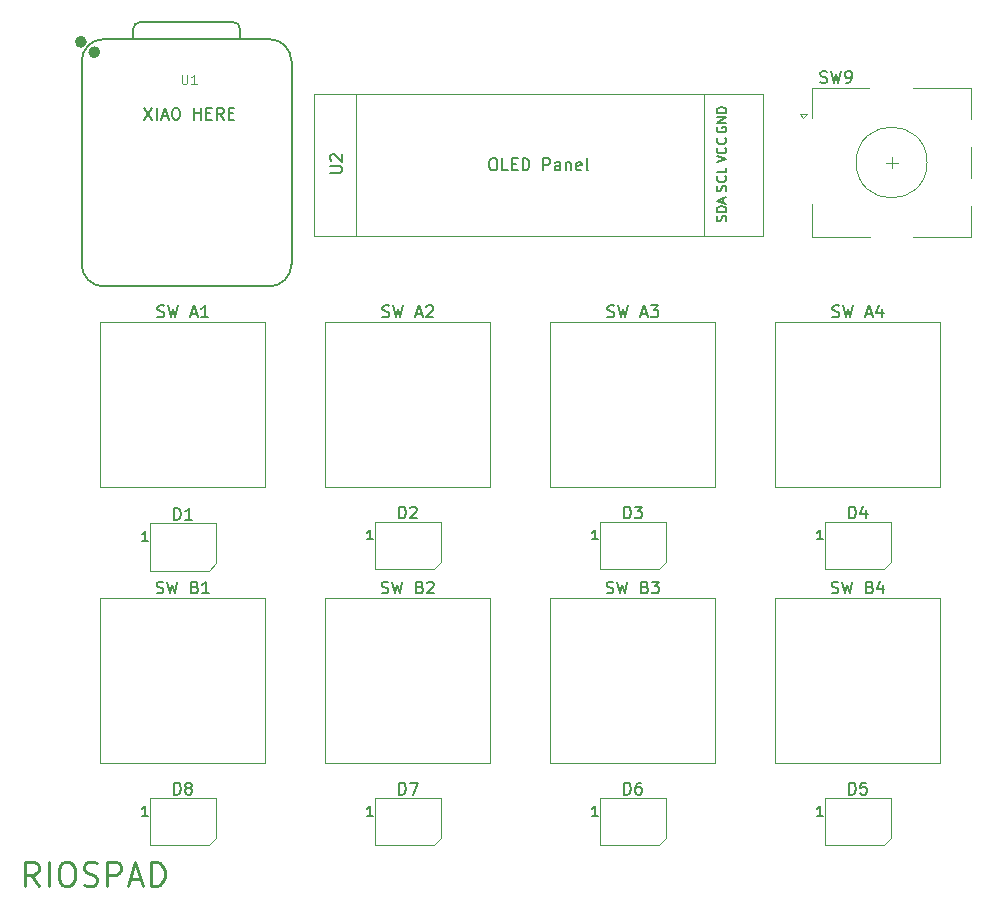
<source format=gbr>
%TF.GenerationSoftware,KiCad,Pcbnew,9.0.6*%
%TF.CreationDate,2025-12-17T11:58:43+01:00*%
%TF.ProjectId,HackPad,4861636b-5061-4642-9e6b-696361645f70,rev?*%
%TF.SameCoordinates,Original*%
%TF.FileFunction,Legend,Top*%
%TF.FilePolarity,Positive*%
%FSLAX46Y46*%
G04 Gerber Fmt 4.6, Leading zero omitted, Abs format (unit mm)*
G04 Created by KiCad (PCBNEW 9.0.6) date 2025-12-17 11:58:43*
%MOMM*%
%LPD*%
G01*
G04 APERTURE LIST*
%ADD10C,0.150000*%
%ADD11C,0.250000*%
%ADD12C,0.100000*%
%ADD13C,0.120000*%
%ADD14C,0.040000*%
%ADD15C,0.127000*%
%ADD16C,0.504000*%
G04 APERTURE END LIST*
D10*
X110741541Y-73869819D02*
X111408207Y-74869819D01*
X111408207Y-73869819D02*
X110741541Y-74869819D01*
X111789160Y-74869819D02*
X111789160Y-73869819D01*
X112217731Y-74584104D02*
X112693921Y-74584104D01*
X112122493Y-74869819D02*
X112455826Y-73869819D01*
X112455826Y-73869819D02*
X112789159Y-74869819D01*
X113312969Y-73869819D02*
X113503445Y-73869819D01*
X113503445Y-73869819D02*
X113598683Y-73917438D01*
X113598683Y-73917438D02*
X113693921Y-74012676D01*
X113693921Y-74012676D02*
X113741540Y-74203152D01*
X113741540Y-74203152D02*
X113741540Y-74536485D01*
X113741540Y-74536485D02*
X113693921Y-74726961D01*
X113693921Y-74726961D02*
X113598683Y-74822200D01*
X113598683Y-74822200D02*
X113503445Y-74869819D01*
X113503445Y-74869819D02*
X113312969Y-74869819D01*
X113312969Y-74869819D02*
X113217731Y-74822200D01*
X113217731Y-74822200D02*
X113122493Y-74726961D01*
X113122493Y-74726961D02*
X113074874Y-74536485D01*
X113074874Y-74536485D02*
X113074874Y-74203152D01*
X113074874Y-74203152D02*
X113122493Y-74012676D01*
X113122493Y-74012676D02*
X113217731Y-73917438D01*
X113217731Y-73917438D02*
X113312969Y-73869819D01*
X114932017Y-74869819D02*
X114932017Y-73869819D01*
X114932017Y-74346009D02*
X115503445Y-74346009D01*
X115503445Y-74869819D02*
X115503445Y-73869819D01*
X115979636Y-74346009D02*
X116312969Y-74346009D01*
X116455826Y-74869819D02*
X115979636Y-74869819D01*
X115979636Y-74869819D02*
X115979636Y-73869819D01*
X115979636Y-73869819D02*
X116455826Y-73869819D01*
X117455826Y-74869819D02*
X117122493Y-74393628D01*
X116884398Y-74869819D02*
X116884398Y-73869819D01*
X116884398Y-73869819D02*
X117265350Y-73869819D01*
X117265350Y-73869819D02*
X117360588Y-73917438D01*
X117360588Y-73917438D02*
X117408207Y-73965057D01*
X117408207Y-73965057D02*
X117455826Y-74060295D01*
X117455826Y-74060295D02*
X117455826Y-74203152D01*
X117455826Y-74203152D02*
X117408207Y-74298390D01*
X117408207Y-74298390D02*
X117360588Y-74346009D01*
X117360588Y-74346009D02*
X117265350Y-74393628D01*
X117265350Y-74393628D02*
X116884398Y-74393628D01*
X117884398Y-74346009D02*
X118217731Y-74346009D01*
X118360588Y-74869819D02*
X117884398Y-74869819D01*
X117884398Y-74869819D02*
X117884398Y-73869819D01*
X117884398Y-73869819D02*
X118360588Y-73869819D01*
D11*
X101783520Y-139742238D02*
X101116853Y-138789857D01*
X100640663Y-139742238D02*
X100640663Y-137742238D01*
X100640663Y-137742238D02*
X101402568Y-137742238D01*
X101402568Y-137742238D02*
X101593044Y-137837476D01*
X101593044Y-137837476D02*
X101688282Y-137932714D01*
X101688282Y-137932714D02*
X101783520Y-138123190D01*
X101783520Y-138123190D02*
X101783520Y-138408904D01*
X101783520Y-138408904D02*
X101688282Y-138599380D01*
X101688282Y-138599380D02*
X101593044Y-138694619D01*
X101593044Y-138694619D02*
X101402568Y-138789857D01*
X101402568Y-138789857D02*
X100640663Y-138789857D01*
X102640663Y-139742238D02*
X102640663Y-137742238D01*
X103973996Y-137742238D02*
X104354949Y-137742238D01*
X104354949Y-137742238D02*
X104545425Y-137837476D01*
X104545425Y-137837476D02*
X104735901Y-138027952D01*
X104735901Y-138027952D02*
X104831139Y-138408904D01*
X104831139Y-138408904D02*
X104831139Y-139075571D01*
X104831139Y-139075571D02*
X104735901Y-139456523D01*
X104735901Y-139456523D02*
X104545425Y-139647000D01*
X104545425Y-139647000D02*
X104354949Y-139742238D01*
X104354949Y-139742238D02*
X103973996Y-139742238D01*
X103973996Y-139742238D02*
X103783520Y-139647000D01*
X103783520Y-139647000D02*
X103593044Y-139456523D01*
X103593044Y-139456523D02*
X103497806Y-139075571D01*
X103497806Y-139075571D02*
X103497806Y-138408904D01*
X103497806Y-138408904D02*
X103593044Y-138027952D01*
X103593044Y-138027952D02*
X103783520Y-137837476D01*
X103783520Y-137837476D02*
X103973996Y-137742238D01*
X105593044Y-139647000D02*
X105878758Y-139742238D01*
X105878758Y-139742238D02*
X106354949Y-139742238D01*
X106354949Y-139742238D02*
X106545425Y-139647000D01*
X106545425Y-139647000D02*
X106640663Y-139551761D01*
X106640663Y-139551761D02*
X106735901Y-139361285D01*
X106735901Y-139361285D02*
X106735901Y-139170809D01*
X106735901Y-139170809D02*
X106640663Y-138980333D01*
X106640663Y-138980333D02*
X106545425Y-138885095D01*
X106545425Y-138885095D02*
X106354949Y-138789857D01*
X106354949Y-138789857D02*
X105973996Y-138694619D01*
X105973996Y-138694619D02*
X105783520Y-138599380D01*
X105783520Y-138599380D02*
X105688282Y-138504142D01*
X105688282Y-138504142D02*
X105593044Y-138313666D01*
X105593044Y-138313666D02*
X105593044Y-138123190D01*
X105593044Y-138123190D02*
X105688282Y-137932714D01*
X105688282Y-137932714D02*
X105783520Y-137837476D01*
X105783520Y-137837476D02*
X105973996Y-137742238D01*
X105973996Y-137742238D02*
X106450187Y-137742238D01*
X106450187Y-137742238D02*
X106735901Y-137837476D01*
X107593044Y-139742238D02*
X107593044Y-137742238D01*
X107593044Y-137742238D02*
X108354949Y-137742238D01*
X108354949Y-137742238D02*
X108545425Y-137837476D01*
X108545425Y-137837476D02*
X108640663Y-137932714D01*
X108640663Y-137932714D02*
X108735901Y-138123190D01*
X108735901Y-138123190D02*
X108735901Y-138408904D01*
X108735901Y-138408904D02*
X108640663Y-138599380D01*
X108640663Y-138599380D02*
X108545425Y-138694619D01*
X108545425Y-138694619D02*
X108354949Y-138789857D01*
X108354949Y-138789857D02*
X107593044Y-138789857D01*
X109497806Y-139170809D02*
X110450187Y-139170809D01*
X109307330Y-139742238D02*
X109973996Y-137742238D01*
X109973996Y-137742238D02*
X110640663Y-139742238D01*
X111307330Y-139742238D02*
X111307330Y-137742238D01*
X111307330Y-137742238D02*
X111783520Y-137742238D01*
X111783520Y-137742238D02*
X112069235Y-137837476D01*
X112069235Y-137837476D02*
X112259711Y-138027952D01*
X112259711Y-138027952D02*
X112354949Y-138218428D01*
X112354949Y-138218428D02*
X112450187Y-138599380D01*
X112450187Y-138599380D02*
X112450187Y-138885095D01*
X112450187Y-138885095D02*
X112354949Y-139266047D01*
X112354949Y-139266047D02*
X112259711Y-139456523D01*
X112259711Y-139456523D02*
X112069235Y-139647000D01*
X112069235Y-139647000D02*
X111783520Y-139742238D01*
X111783520Y-139742238D02*
X111307330Y-139742238D01*
D10*
X149939643Y-91549450D02*
X150082500Y-91597069D01*
X150082500Y-91597069D02*
X150320595Y-91597069D01*
X150320595Y-91597069D02*
X150415833Y-91549450D01*
X150415833Y-91549450D02*
X150463452Y-91501830D01*
X150463452Y-91501830D02*
X150511071Y-91406592D01*
X150511071Y-91406592D02*
X150511071Y-91311354D01*
X150511071Y-91311354D02*
X150463452Y-91216116D01*
X150463452Y-91216116D02*
X150415833Y-91168497D01*
X150415833Y-91168497D02*
X150320595Y-91120878D01*
X150320595Y-91120878D02*
X150130119Y-91073259D01*
X150130119Y-91073259D02*
X150034881Y-91025640D01*
X150034881Y-91025640D02*
X149987262Y-90978021D01*
X149987262Y-90978021D02*
X149939643Y-90882783D01*
X149939643Y-90882783D02*
X149939643Y-90787545D01*
X149939643Y-90787545D02*
X149987262Y-90692307D01*
X149987262Y-90692307D02*
X150034881Y-90644688D01*
X150034881Y-90644688D02*
X150130119Y-90597069D01*
X150130119Y-90597069D02*
X150368214Y-90597069D01*
X150368214Y-90597069D02*
X150511071Y-90644688D01*
X150844405Y-90597069D02*
X151082500Y-91597069D01*
X151082500Y-91597069D02*
X151272976Y-90882783D01*
X151272976Y-90882783D02*
X151463452Y-91597069D01*
X151463452Y-91597069D02*
X151701548Y-90597069D01*
X152796786Y-91311354D02*
X153272976Y-91311354D01*
X152701548Y-91597069D02*
X153034881Y-90597069D01*
X153034881Y-90597069D02*
X153368214Y-91597069D01*
X153606310Y-90597069D02*
X154225357Y-90597069D01*
X154225357Y-90597069D02*
X153892024Y-90978021D01*
X153892024Y-90978021D02*
X154034881Y-90978021D01*
X154034881Y-90978021D02*
X154130119Y-91025640D01*
X154130119Y-91025640D02*
X154177738Y-91073259D01*
X154177738Y-91073259D02*
X154225357Y-91168497D01*
X154225357Y-91168497D02*
X154225357Y-91406592D01*
X154225357Y-91406592D02*
X154177738Y-91501830D01*
X154177738Y-91501830D02*
X154130119Y-91549450D01*
X154130119Y-91549450D02*
X154034881Y-91597069D01*
X154034881Y-91597069D02*
X153749167Y-91597069D01*
X153749167Y-91597069D02*
X153653929Y-91549450D01*
X153653929Y-91549450D02*
X153606310Y-91501830D01*
X130889643Y-91549450D02*
X131032500Y-91597069D01*
X131032500Y-91597069D02*
X131270595Y-91597069D01*
X131270595Y-91597069D02*
X131365833Y-91549450D01*
X131365833Y-91549450D02*
X131413452Y-91501830D01*
X131413452Y-91501830D02*
X131461071Y-91406592D01*
X131461071Y-91406592D02*
X131461071Y-91311354D01*
X131461071Y-91311354D02*
X131413452Y-91216116D01*
X131413452Y-91216116D02*
X131365833Y-91168497D01*
X131365833Y-91168497D02*
X131270595Y-91120878D01*
X131270595Y-91120878D02*
X131080119Y-91073259D01*
X131080119Y-91073259D02*
X130984881Y-91025640D01*
X130984881Y-91025640D02*
X130937262Y-90978021D01*
X130937262Y-90978021D02*
X130889643Y-90882783D01*
X130889643Y-90882783D02*
X130889643Y-90787545D01*
X130889643Y-90787545D02*
X130937262Y-90692307D01*
X130937262Y-90692307D02*
X130984881Y-90644688D01*
X130984881Y-90644688D02*
X131080119Y-90597069D01*
X131080119Y-90597069D02*
X131318214Y-90597069D01*
X131318214Y-90597069D02*
X131461071Y-90644688D01*
X131794405Y-90597069D02*
X132032500Y-91597069D01*
X132032500Y-91597069D02*
X132222976Y-90882783D01*
X132222976Y-90882783D02*
X132413452Y-91597069D01*
X132413452Y-91597069D02*
X132651548Y-90597069D01*
X133746786Y-91311354D02*
X134222976Y-91311354D01*
X133651548Y-91597069D02*
X133984881Y-90597069D01*
X133984881Y-90597069D02*
X134318214Y-91597069D01*
X134603929Y-90692307D02*
X134651548Y-90644688D01*
X134651548Y-90644688D02*
X134746786Y-90597069D01*
X134746786Y-90597069D02*
X134984881Y-90597069D01*
X134984881Y-90597069D02*
X135080119Y-90644688D01*
X135080119Y-90644688D02*
X135127738Y-90692307D01*
X135127738Y-90692307D02*
X135175357Y-90787545D01*
X135175357Y-90787545D02*
X135175357Y-90882783D01*
X135175357Y-90882783D02*
X135127738Y-91025640D01*
X135127738Y-91025640D02*
X134556310Y-91597069D01*
X134556310Y-91597069D02*
X135175357Y-91597069D01*
X111768214Y-114929450D02*
X111911071Y-114977069D01*
X111911071Y-114977069D02*
X112149166Y-114977069D01*
X112149166Y-114977069D02*
X112244404Y-114929450D01*
X112244404Y-114929450D02*
X112292023Y-114881830D01*
X112292023Y-114881830D02*
X112339642Y-114786592D01*
X112339642Y-114786592D02*
X112339642Y-114691354D01*
X112339642Y-114691354D02*
X112292023Y-114596116D01*
X112292023Y-114596116D02*
X112244404Y-114548497D01*
X112244404Y-114548497D02*
X112149166Y-114500878D01*
X112149166Y-114500878D02*
X111958690Y-114453259D01*
X111958690Y-114453259D02*
X111863452Y-114405640D01*
X111863452Y-114405640D02*
X111815833Y-114358021D01*
X111815833Y-114358021D02*
X111768214Y-114262783D01*
X111768214Y-114262783D02*
X111768214Y-114167545D01*
X111768214Y-114167545D02*
X111815833Y-114072307D01*
X111815833Y-114072307D02*
X111863452Y-114024688D01*
X111863452Y-114024688D02*
X111958690Y-113977069D01*
X111958690Y-113977069D02*
X112196785Y-113977069D01*
X112196785Y-113977069D02*
X112339642Y-114024688D01*
X112672976Y-113977069D02*
X112911071Y-114977069D01*
X112911071Y-114977069D02*
X113101547Y-114262783D01*
X113101547Y-114262783D02*
X113292023Y-114977069D01*
X113292023Y-114977069D02*
X113530119Y-113977069D01*
X115006309Y-114453259D02*
X115149166Y-114500878D01*
X115149166Y-114500878D02*
X115196785Y-114548497D01*
X115196785Y-114548497D02*
X115244404Y-114643735D01*
X115244404Y-114643735D02*
X115244404Y-114786592D01*
X115244404Y-114786592D02*
X115196785Y-114881830D01*
X115196785Y-114881830D02*
X115149166Y-114929450D01*
X115149166Y-114929450D02*
X115053928Y-114977069D01*
X115053928Y-114977069D02*
X114672976Y-114977069D01*
X114672976Y-114977069D02*
X114672976Y-113977069D01*
X114672976Y-113977069D02*
X115006309Y-113977069D01*
X115006309Y-113977069D02*
X115101547Y-114024688D01*
X115101547Y-114024688D02*
X115149166Y-114072307D01*
X115149166Y-114072307D02*
X115196785Y-114167545D01*
X115196785Y-114167545D02*
X115196785Y-114262783D01*
X115196785Y-114262783D02*
X115149166Y-114358021D01*
X115149166Y-114358021D02*
X115101547Y-114405640D01*
X115101547Y-114405640D02*
X115006309Y-114453259D01*
X115006309Y-114453259D02*
X114672976Y-114453259D01*
X116196785Y-114977069D02*
X115625357Y-114977069D01*
X115911071Y-114977069D02*
X115911071Y-113977069D01*
X115911071Y-113977069D02*
X115815833Y-114119926D01*
X115815833Y-114119926D02*
X115720595Y-114215164D01*
X115720595Y-114215164D02*
X115625357Y-114262783D01*
X132294405Y-132007319D02*
X132294405Y-131007319D01*
X132294405Y-131007319D02*
X132532500Y-131007319D01*
X132532500Y-131007319D02*
X132675357Y-131054938D01*
X132675357Y-131054938D02*
X132770595Y-131150176D01*
X132770595Y-131150176D02*
X132818214Y-131245414D01*
X132818214Y-131245414D02*
X132865833Y-131435890D01*
X132865833Y-131435890D02*
X132865833Y-131578747D01*
X132865833Y-131578747D02*
X132818214Y-131769223D01*
X132818214Y-131769223D02*
X132770595Y-131864461D01*
X132770595Y-131864461D02*
X132675357Y-131959700D01*
X132675357Y-131959700D02*
X132532500Y-132007319D01*
X132532500Y-132007319D02*
X132294405Y-132007319D01*
X133199167Y-131007319D02*
X133865833Y-131007319D01*
X133865833Y-131007319D02*
X133437262Y-132007319D01*
X130061071Y-133789795D02*
X129603928Y-133789795D01*
X129832500Y-133789795D02*
X129832500Y-132989795D01*
X129832500Y-132989795D02*
X129756309Y-133104080D01*
X129756309Y-133104080D02*
X129680119Y-133180271D01*
X129680119Y-133180271D02*
X129603928Y-133218366D01*
X130818214Y-114929450D02*
X130961071Y-114977069D01*
X130961071Y-114977069D02*
X131199166Y-114977069D01*
X131199166Y-114977069D02*
X131294404Y-114929450D01*
X131294404Y-114929450D02*
X131342023Y-114881830D01*
X131342023Y-114881830D02*
X131389642Y-114786592D01*
X131389642Y-114786592D02*
X131389642Y-114691354D01*
X131389642Y-114691354D02*
X131342023Y-114596116D01*
X131342023Y-114596116D02*
X131294404Y-114548497D01*
X131294404Y-114548497D02*
X131199166Y-114500878D01*
X131199166Y-114500878D02*
X131008690Y-114453259D01*
X131008690Y-114453259D02*
X130913452Y-114405640D01*
X130913452Y-114405640D02*
X130865833Y-114358021D01*
X130865833Y-114358021D02*
X130818214Y-114262783D01*
X130818214Y-114262783D02*
X130818214Y-114167545D01*
X130818214Y-114167545D02*
X130865833Y-114072307D01*
X130865833Y-114072307D02*
X130913452Y-114024688D01*
X130913452Y-114024688D02*
X131008690Y-113977069D01*
X131008690Y-113977069D02*
X131246785Y-113977069D01*
X131246785Y-113977069D02*
X131389642Y-114024688D01*
X131722976Y-113977069D02*
X131961071Y-114977069D01*
X131961071Y-114977069D02*
X132151547Y-114262783D01*
X132151547Y-114262783D02*
X132342023Y-114977069D01*
X132342023Y-114977069D02*
X132580119Y-113977069D01*
X134056309Y-114453259D02*
X134199166Y-114500878D01*
X134199166Y-114500878D02*
X134246785Y-114548497D01*
X134246785Y-114548497D02*
X134294404Y-114643735D01*
X134294404Y-114643735D02*
X134294404Y-114786592D01*
X134294404Y-114786592D02*
X134246785Y-114881830D01*
X134246785Y-114881830D02*
X134199166Y-114929450D01*
X134199166Y-114929450D02*
X134103928Y-114977069D01*
X134103928Y-114977069D02*
X133722976Y-114977069D01*
X133722976Y-114977069D02*
X133722976Y-113977069D01*
X133722976Y-113977069D02*
X134056309Y-113977069D01*
X134056309Y-113977069D02*
X134151547Y-114024688D01*
X134151547Y-114024688D02*
X134199166Y-114072307D01*
X134199166Y-114072307D02*
X134246785Y-114167545D01*
X134246785Y-114167545D02*
X134246785Y-114262783D01*
X134246785Y-114262783D02*
X134199166Y-114358021D01*
X134199166Y-114358021D02*
X134151547Y-114405640D01*
X134151547Y-114405640D02*
X134056309Y-114453259D01*
X134056309Y-114453259D02*
X133722976Y-114453259D01*
X134675357Y-114072307D02*
X134722976Y-114024688D01*
X134722976Y-114024688D02*
X134818214Y-113977069D01*
X134818214Y-113977069D02*
X135056309Y-113977069D01*
X135056309Y-113977069D02*
X135151547Y-114024688D01*
X135151547Y-114024688D02*
X135199166Y-114072307D01*
X135199166Y-114072307D02*
X135246785Y-114167545D01*
X135246785Y-114167545D02*
X135246785Y-114262783D01*
X135246785Y-114262783D02*
X135199166Y-114405640D01*
X135199166Y-114405640D02*
X134627738Y-114977069D01*
X134627738Y-114977069D02*
X135246785Y-114977069D01*
X113244405Y-108748569D02*
X113244405Y-107748569D01*
X113244405Y-107748569D02*
X113482500Y-107748569D01*
X113482500Y-107748569D02*
X113625357Y-107796188D01*
X113625357Y-107796188D02*
X113720595Y-107891426D01*
X113720595Y-107891426D02*
X113768214Y-107986664D01*
X113768214Y-107986664D02*
X113815833Y-108177140D01*
X113815833Y-108177140D02*
X113815833Y-108319997D01*
X113815833Y-108319997D02*
X113768214Y-108510473D01*
X113768214Y-108510473D02*
X113720595Y-108605711D01*
X113720595Y-108605711D02*
X113625357Y-108700950D01*
X113625357Y-108700950D02*
X113482500Y-108748569D01*
X113482500Y-108748569D02*
X113244405Y-108748569D01*
X114768214Y-108748569D02*
X114196786Y-108748569D01*
X114482500Y-108748569D02*
X114482500Y-107748569D01*
X114482500Y-107748569D02*
X114387262Y-107891426D01*
X114387262Y-107891426D02*
X114292024Y-107986664D01*
X114292024Y-107986664D02*
X114196786Y-108034283D01*
X111011071Y-110531045D02*
X110553928Y-110531045D01*
X110782500Y-110531045D02*
X110782500Y-109731045D01*
X110782500Y-109731045D02*
X110706309Y-109845330D01*
X110706309Y-109845330D02*
X110630119Y-109921521D01*
X110630119Y-109921521D02*
X110553928Y-109959616D01*
X151344405Y-108627319D02*
X151344405Y-107627319D01*
X151344405Y-107627319D02*
X151582500Y-107627319D01*
X151582500Y-107627319D02*
X151725357Y-107674938D01*
X151725357Y-107674938D02*
X151820595Y-107770176D01*
X151820595Y-107770176D02*
X151868214Y-107865414D01*
X151868214Y-107865414D02*
X151915833Y-108055890D01*
X151915833Y-108055890D02*
X151915833Y-108198747D01*
X151915833Y-108198747D02*
X151868214Y-108389223D01*
X151868214Y-108389223D02*
X151820595Y-108484461D01*
X151820595Y-108484461D02*
X151725357Y-108579700D01*
X151725357Y-108579700D02*
X151582500Y-108627319D01*
X151582500Y-108627319D02*
X151344405Y-108627319D01*
X152249167Y-107627319D02*
X152868214Y-107627319D01*
X152868214Y-107627319D02*
X152534881Y-108008271D01*
X152534881Y-108008271D02*
X152677738Y-108008271D01*
X152677738Y-108008271D02*
X152772976Y-108055890D01*
X152772976Y-108055890D02*
X152820595Y-108103509D01*
X152820595Y-108103509D02*
X152868214Y-108198747D01*
X152868214Y-108198747D02*
X152868214Y-108436842D01*
X152868214Y-108436842D02*
X152820595Y-108532080D01*
X152820595Y-108532080D02*
X152772976Y-108579700D01*
X152772976Y-108579700D02*
X152677738Y-108627319D01*
X152677738Y-108627319D02*
X152392024Y-108627319D01*
X152392024Y-108627319D02*
X152296786Y-108579700D01*
X152296786Y-108579700D02*
X152249167Y-108532080D01*
X149111071Y-110409795D02*
X148653928Y-110409795D01*
X148882500Y-110409795D02*
X148882500Y-109609795D01*
X148882500Y-109609795D02*
X148806309Y-109724080D01*
X148806309Y-109724080D02*
X148730119Y-109800271D01*
X148730119Y-109800271D02*
X148653928Y-109838366D01*
X126469819Y-79368154D02*
X127279342Y-79368154D01*
X127279342Y-79368154D02*
X127374580Y-79320535D01*
X127374580Y-79320535D02*
X127422200Y-79272916D01*
X127422200Y-79272916D02*
X127469819Y-79177678D01*
X127469819Y-79177678D02*
X127469819Y-78987202D01*
X127469819Y-78987202D02*
X127422200Y-78891964D01*
X127422200Y-78891964D02*
X127374580Y-78844345D01*
X127374580Y-78844345D02*
X127279342Y-78796726D01*
X127279342Y-78796726D02*
X126469819Y-78796726D01*
X126565057Y-78368154D02*
X126517438Y-78320535D01*
X126517438Y-78320535D02*
X126469819Y-78225297D01*
X126469819Y-78225297D02*
X126469819Y-77987202D01*
X126469819Y-77987202D02*
X126517438Y-77891964D01*
X126517438Y-77891964D02*
X126565057Y-77844345D01*
X126565057Y-77844345D02*
X126660295Y-77796726D01*
X126660295Y-77796726D02*
X126755533Y-77796726D01*
X126755533Y-77796726D02*
X126898390Y-77844345D01*
X126898390Y-77844345D02*
X127469819Y-78415773D01*
X127469819Y-78415773D02*
X127469819Y-77796726D01*
X159177295Y-78492916D02*
X159977295Y-78226249D01*
X159977295Y-78226249D02*
X159177295Y-77959583D01*
X159901104Y-77235773D02*
X159939200Y-77273869D01*
X159939200Y-77273869D02*
X159977295Y-77388154D01*
X159977295Y-77388154D02*
X159977295Y-77464345D01*
X159977295Y-77464345D02*
X159939200Y-77578631D01*
X159939200Y-77578631D02*
X159863009Y-77654821D01*
X159863009Y-77654821D02*
X159786819Y-77692916D01*
X159786819Y-77692916D02*
X159634438Y-77731012D01*
X159634438Y-77731012D02*
X159520152Y-77731012D01*
X159520152Y-77731012D02*
X159367771Y-77692916D01*
X159367771Y-77692916D02*
X159291580Y-77654821D01*
X159291580Y-77654821D02*
X159215390Y-77578631D01*
X159215390Y-77578631D02*
X159177295Y-77464345D01*
X159177295Y-77464345D02*
X159177295Y-77388154D01*
X159177295Y-77388154D02*
X159215390Y-77273869D01*
X159215390Y-77273869D02*
X159253485Y-77235773D01*
X159901104Y-76435773D02*
X159939200Y-76473869D01*
X159939200Y-76473869D02*
X159977295Y-76588154D01*
X159977295Y-76588154D02*
X159977295Y-76664345D01*
X159977295Y-76664345D02*
X159939200Y-76778631D01*
X159939200Y-76778631D02*
X159863009Y-76854821D01*
X159863009Y-76854821D02*
X159786819Y-76892916D01*
X159786819Y-76892916D02*
X159634438Y-76931012D01*
X159634438Y-76931012D02*
X159520152Y-76931012D01*
X159520152Y-76931012D02*
X159367771Y-76892916D01*
X159367771Y-76892916D02*
X159291580Y-76854821D01*
X159291580Y-76854821D02*
X159215390Y-76778631D01*
X159215390Y-76778631D02*
X159177295Y-76664345D01*
X159177295Y-76664345D02*
X159177295Y-76588154D01*
X159177295Y-76588154D02*
X159215390Y-76473869D01*
X159215390Y-76473869D02*
X159253485Y-76435773D01*
X159939200Y-83477678D02*
X159977295Y-83363392D01*
X159977295Y-83363392D02*
X159977295Y-83172916D01*
X159977295Y-83172916D02*
X159939200Y-83096725D01*
X159939200Y-83096725D02*
X159901104Y-83058630D01*
X159901104Y-83058630D02*
X159824914Y-83020535D01*
X159824914Y-83020535D02*
X159748723Y-83020535D01*
X159748723Y-83020535D02*
X159672533Y-83058630D01*
X159672533Y-83058630D02*
X159634438Y-83096725D01*
X159634438Y-83096725D02*
X159596342Y-83172916D01*
X159596342Y-83172916D02*
X159558247Y-83325297D01*
X159558247Y-83325297D02*
X159520152Y-83401487D01*
X159520152Y-83401487D02*
X159482057Y-83439582D01*
X159482057Y-83439582D02*
X159405866Y-83477678D01*
X159405866Y-83477678D02*
X159329676Y-83477678D01*
X159329676Y-83477678D02*
X159253485Y-83439582D01*
X159253485Y-83439582D02*
X159215390Y-83401487D01*
X159215390Y-83401487D02*
X159177295Y-83325297D01*
X159177295Y-83325297D02*
X159177295Y-83134820D01*
X159177295Y-83134820D02*
X159215390Y-83020535D01*
X159977295Y-82677677D02*
X159177295Y-82677677D01*
X159177295Y-82677677D02*
X159177295Y-82487201D01*
X159177295Y-82487201D02*
X159215390Y-82372915D01*
X159215390Y-82372915D02*
X159291580Y-82296725D01*
X159291580Y-82296725D02*
X159367771Y-82258630D01*
X159367771Y-82258630D02*
X159520152Y-82220534D01*
X159520152Y-82220534D02*
X159634438Y-82220534D01*
X159634438Y-82220534D02*
X159786819Y-82258630D01*
X159786819Y-82258630D02*
X159863009Y-82296725D01*
X159863009Y-82296725D02*
X159939200Y-82372915D01*
X159939200Y-82372915D02*
X159977295Y-82487201D01*
X159977295Y-82487201D02*
X159977295Y-82677677D01*
X159748723Y-81915773D02*
X159748723Y-81534820D01*
X159977295Y-81991963D02*
X159177295Y-81725296D01*
X159177295Y-81725296D02*
X159977295Y-81458630D01*
X159215390Y-75495773D02*
X159177295Y-75571963D01*
X159177295Y-75571963D02*
X159177295Y-75686249D01*
X159177295Y-75686249D02*
X159215390Y-75800535D01*
X159215390Y-75800535D02*
X159291580Y-75876725D01*
X159291580Y-75876725D02*
X159367771Y-75914820D01*
X159367771Y-75914820D02*
X159520152Y-75952916D01*
X159520152Y-75952916D02*
X159634438Y-75952916D01*
X159634438Y-75952916D02*
X159786819Y-75914820D01*
X159786819Y-75914820D02*
X159863009Y-75876725D01*
X159863009Y-75876725D02*
X159939200Y-75800535D01*
X159939200Y-75800535D02*
X159977295Y-75686249D01*
X159977295Y-75686249D02*
X159977295Y-75610058D01*
X159977295Y-75610058D02*
X159939200Y-75495773D01*
X159939200Y-75495773D02*
X159901104Y-75457677D01*
X159901104Y-75457677D02*
X159634438Y-75457677D01*
X159634438Y-75457677D02*
X159634438Y-75610058D01*
X159977295Y-75114820D02*
X159177295Y-75114820D01*
X159177295Y-75114820D02*
X159977295Y-74657677D01*
X159977295Y-74657677D02*
X159177295Y-74657677D01*
X159977295Y-74276725D02*
X159177295Y-74276725D01*
X159177295Y-74276725D02*
X159177295Y-74086249D01*
X159177295Y-74086249D02*
X159215390Y-73971963D01*
X159215390Y-73971963D02*
X159291580Y-73895773D01*
X159291580Y-73895773D02*
X159367771Y-73857678D01*
X159367771Y-73857678D02*
X159520152Y-73819582D01*
X159520152Y-73819582D02*
X159634438Y-73819582D01*
X159634438Y-73819582D02*
X159786819Y-73857678D01*
X159786819Y-73857678D02*
X159863009Y-73895773D01*
X159863009Y-73895773D02*
X159939200Y-73971963D01*
X159939200Y-73971963D02*
X159977295Y-74086249D01*
X159977295Y-74086249D02*
X159977295Y-74276725D01*
X140186428Y-78151069D02*
X140376904Y-78151069D01*
X140376904Y-78151069D02*
X140472142Y-78198688D01*
X140472142Y-78198688D02*
X140567380Y-78293926D01*
X140567380Y-78293926D02*
X140614999Y-78484402D01*
X140614999Y-78484402D02*
X140614999Y-78817735D01*
X140614999Y-78817735D02*
X140567380Y-79008211D01*
X140567380Y-79008211D02*
X140472142Y-79103450D01*
X140472142Y-79103450D02*
X140376904Y-79151069D01*
X140376904Y-79151069D02*
X140186428Y-79151069D01*
X140186428Y-79151069D02*
X140091190Y-79103450D01*
X140091190Y-79103450D02*
X139995952Y-79008211D01*
X139995952Y-79008211D02*
X139948333Y-78817735D01*
X139948333Y-78817735D02*
X139948333Y-78484402D01*
X139948333Y-78484402D02*
X139995952Y-78293926D01*
X139995952Y-78293926D02*
X140091190Y-78198688D01*
X140091190Y-78198688D02*
X140186428Y-78151069D01*
X141519761Y-79151069D02*
X141043571Y-79151069D01*
X141043571Y-79151069D02*
X141043571Y-78151069D01*
X141853095Y-78627259D02*
X142186428Y-78627259D01*
X142329285Y-79151069D02*
X141853095Y-79151069D01*
X141853095Y-79151069D02*
X141853095Y-78151069D01*
X141853095Y-78151069D02*
X142329285Y-78151069D01*
X142757857Y-79151069D02*
X142757857Y-78151069D01*
X142757857Y-78151069D02*
X142995952Y-78151069D01*
X142995952Y-78151069D02*
X143138809Y-78198688D01*
X143138809Y-78198688D02*
X143234047Y-78293926D01*
X143234047Y-78293926D02*
X143281666Y-78389164D01*
X143281666Y-78389164D02*
X143329285Y-78579640D01*
X143329285Y-78579640D02*
X143329285Y-78722497D01*
X143329285Y-78722497D02*
X143281666Y-78912973D01*
X143281666Y-78912973D02*
X143234047Y-79008211D01*
X143234047Y-79008211D02*
X143138809Y-79103450D01*
X143138809Y-79103450D02*
X142995952Y-79151069D01*
X142995952Y-79151069D02*
X142757857Y-79151069D01*
X144519762Y-79151069D02*
X144519762Y-78151069D01*
X144519762Y-78151069D02*
X144900714Y-78151069D01*
X144900714Y-78151069D02*
X144995952Y-78198688D01*
X144995952Y-78198688D02*
X145043571Y-78246307D01*
X145043571Y-78246307D02*
X145091190Y-78341545D01*
X145091190Y-78341545D02*
X145091190Y-78484402D01*
X145091190Y-78484402D02*
X145043571Y-78579640D01*
X145043571Y-78579640D02*
X144995952Y-78627259D01*
X144995952Y-78627259D02*
X144900714Y-78674878D01*
X144900714Y-78674878D02*
X144519762Y-78674878D01*
X145948333Y-79151069D02*
X145948333Y-78627259D01*
X145948333Y-78627259D02*
X145900714Y-78532021D01*
X145900714Y-78532021D02*
X145805476Y-78484402D01*
X145805476Y-78484402D02*
X145615000Y-78484402D01*
X145615000Y-78484402D02*
X145519762Y-78532021D01*
X145948333Y-79103450D02*
X145853095Y-79151069D01*
X145853095Y-79151069D02*
X145615000Y-79151069D01*
X145615000Y-79151069D02*
X145519762Y-79103450D01*
X145519762Y-79103450D02*
X145472143Y-79008211D01*
X145472143Y-79008211D02*
X145472143Y-78912973D01*
X145472143Y-78912973D02*
X145519762Y-78817735D01*
X145519762Y-78817735D02*
X145615000Y-78770116D01*
X145615000Y-78770116D02*
X145853095Y-78770116D01*
X145853095Y-78770116D02*
X145948333Y-78722497D01*
X146424524Y-78484402D02*
X146424524Y-79151069D01*
X146424524Y-78579640D02*
X146472143Y-78532021D01*
X146472143Y-78532021D02*
X146567381Y-78484402D01*
X146567381Y-78484402D02*
X146710238Y-78484402D01*
X146710238Y-78484402D02*
X146805476Y-78532021D01*
X146805476Y-78532021D02*
X146853095Y-78627259D01*
X146853095Y-78627259D02*
X146853095Y-79151069D01*
X147710238Y-79103450D02*
X147615000Y-79151069D01*
X147615000Y-79151069D02*
X147424524Y-79151069D01*
X147424524Y-79151069D02*
X147329286Y-79103450D01*
X147329286Y-79103450D02*
X147281667Y-79008211D01*
X147281667Y-79008211D02*
X147281667Y-78627259D01*
X147281667Y-78627259D02*
X147329286Y-78532021D01*
X147329286Y-78532021D02*
X147424524Y-78484402D01*
X147424524Y-78484402D02*
X147615000Y-78484402D01*
X147615000Y-78484402D02*
X147710238Y-78532021D01*
X147710238Y-78532021D02*
X147757857Y-78627259D01*
X147757857Y-78627259D02*
X147757857Y-78722497D01*
X147757857Y-78722497D02*
X147281667Y-78817735D01*
X148329286Y-79151069D02*
X148234048Y-79103450D01*
X148234048Y-79103450D02*
X148186429Y-79008211D01*
X148186429Y-79008211D02*
X148186429Y-78151069D01*
X159939200Y-80918631D02*
X159977295Y-80804345D01*
X159977295Y-80804345D02*
X159977295Y-80613869D01*
X159977295Y-80613869D02*
X159939200Y-80537678D01*
X159939200Y-80537678D02*
X159901104Y-80499583D01*
X159901104Y-80499583D02*
X159824914Y-80461488D01*
X159824914Y-80461488D02*
X159748723Y-80461488D01*
X159748723Y-80461488D02*
X159672533Y-80499583D01*
X159672533Y-80499583D02*
X159634438Y-80537678D01*
X159634438Y-80537678D02*
X159596342Y-80613869D01*
X159596342Y-80613869D02*
X159558247Y-80766250D01*
X159558247Y-80766250D02*
X159520152Y-80842440D01*
X159520152Y-80842440D02*
X159482057Y-80880535D01*
X159482057Y-80880535D02*
X159405866Y-80918631D01*
X159405866Y-80918631D02*
X159329676Y-80918631D01*
X159329676Y-80918631D02*
X159253485Y-80880535D01*
X159253485Y-80880535D02*
X159215390Y-80842440D01*
X159215390Y-80842440D02*
X159177295Y-80766250D01*
X159177295Y-80766250D02*
X159177295Y-80575773D01*
X159177295Y-80575773D02*
X159215390Y-80461488D01*
X159901104Y-79661487D02*
X159939200Y-79699583D01*
X159939200Y-79699583D02*
X159977295Y-79813868D01*
X159977295Y-79813868D02*
X159977295Y-79890059D01*
X159977295Y-79890059D02*
X159939200Y-80004345D01*
X159939200Y-80004345D02*
X159863009Y-80080535D01*
X159863009Y-80080535D02*
X159786819Y-80118630D01*
X159786819Y-80118630D02*
X159634438Y-80156726D01*
X159634438Y-80156726D02*
X159520152Y-80156726D01*
X159520152Y-80156726D02*
X159367771Y-80118630D01*
X159367771Y-80118630D02*
X159291580Y-80080535D01*
X159291580Y-80080535D02*
X159215390Y-80004345D01*
X159215390Y-80004345D02*
X159177295Y-79890059D01*
X159177295Y-79890059D02*
X159177295Y-79813868D01*
X159177295Y-79813868D02*
X159215390Y-79699583D01*
X159215390Y-79699583D02*
X159253485Y-79661487D01*
X159977295Y-78937678D02*
X159977295Y-79318630D01*
X159977295Y-79318630D02*
X159177295Y-79318630D01*
X170394405Y-108627319D02*
X170394405Y-107627319D01*
X170394405Y-107627319D02*
X170632500Y-107627319D01*
X170632500Y-107627319D02*
X170775357Y-107674938D01*
X170775357Y-107674938D02*
X170870595Y-107770176D01*
X170870595Y-107770176D02*
X170918214Y-107865414D01*
X170918214Y-107865414D02*
X170965833Y-108055890D01*
X170965833Y-108055890D02*
X170965833Y-108198747D01*
X170965833Y-108198747D02*
X170918214Y-108389223D01*
X170918214Y-108389223D02*
X170870595Y-108484461D01*
X170870595Y-108484461D02*
X170775357Y-108579700D01*
X170775357Y-108579700D02*
X170632500Y-108627319D01*
X170632500Y-108627319D02*
X170394405Y-108627319D01*
X171822976Y-107960652D02*
X171822976Y-108627319D01*
X171584881Y-107579700D02*
X171346786Y-108293985D01*
X171346786Y-108293985D02*
X171965833Y-108293985D01*
X168161071Y-110409795D02*
X167703928Y-110409795D01*
X167932500Y-110409795D02*
X167932500Y-109609795D01*
X167932500Y-109609795D02*
X167856309Y-109724080D01*
X167856309Y-109724080D02*
X167780119Y-109800271D01*
X167780119Y-109800271D02*
X167703928Y-109838366D01*
X167966667Y-71707200D02*
X168109524Y-71754819D01*
X168109524Y-71754819D02*
X168347619Y-71754819D01*
X168347619Y-71754819D02*
X168442857Y-71707200D01*
X168442857Y-71707200D02*
X168490476Y-71659580D01*
X168490476Y-71659580D02*
X168538095Y-71564342D01*
X168538095Y-71564342D02*
X168538095Y-71469104D01*
X168538095Y-71469104D02*
X168490476Y-71373866D01*
X168490476Y-71373866D02*
X168442857Y-71326247D01*
X168442857Y-71326247D02*
X168347619Y-71278628D01*
X168347619Y-71278628D02*
X168157143Y-71231009D01*
X168157143Y-71231009D02*
X168061905Y-71183390D01*
X168061905Y-71183390D02*
X168014286Y-71135771D01*
X168014286Y-71135771D02*
X167966667Y-71040533D01*
X167966667Y-71040533D02*
X167966667Y-70945295D01*
X167966667Y-70945295D02*
X168014286Y-70850057D01*
X168014286Y-70850057D02*
X168061905Y-70802438D01*
X168061905Y-70802438D02*
X168157143Y-70754819D01*
X168157143Y-70754819D02*
X168395238Y-70754819D01*
X168395238Y-70754819D02*
X168538095Y-70802438D01*
X168871429Y-70754819D02*
X169109524Y-71754819D01*
X169109524Y-71754819D02*
X169300000Y-71040533D01*
X169300000Y-71040533D02*
X169490476Y-71754819D01*
X169490476Y-71754819D02*
X169728572Y-70754819D01*
X170157143Y-71754819D02*
X170347619Y-71754819D01*
X170347619Y-71754819D02*
X170442857Y-71707200D01*
X170442857Y-71707200D02*
X170490476Y-71659580D01*
X170490476Y-71659580D02*
X170585714Y-71516723D01*
X170585714Y-71516723D02*
X170633333Y-71326247D01*
X170633333Y-71326247D02*
X170633333Y-70945295D01*
X170633333Y-70945295D02*
X170585714Y-70850057D01*
X170585714Y-70850057D02*
X170538095Y-70802438D01*
X170538095Y-70802438D02*
X170442857Y-70754819D01*
X170442857Y-70754819D02*
X170252381Y-70754819D01*
X170252381Y-70754819D02*
X170157143Y-70802438D01*
X170157143Y-70802438D02*
X170109524Y-70850057D01*
X170109524Y-70850057D02*
X170061905Y-70945295D01*
X170061905Y-70945295D02*
X170061905Y-71183390D01*
X170061905Y-71183390D02*
X170109524Y-71278628D01*
X170109524Y-71278628D02*
X170157143Y-71326247D01*
X170157143Y-71326247D02*
X170252381Y-71373866D01*
X170252381Y-71373866D02*
X170442857Y-71373866D01*
X170442857Y-71373866D02*
X170538095Y-71326247D01*
X170538095Y-71326247D02*
X170585714Y-71278628D01*
X170585714Y-71278628D02*
X170633333Y-71183390D01*
X170394405Y-132007319D02*
X170394405Y-131007319D01*
X170394405Y-131007319D02*
X170632500Y-131007319D01*
X170632500Y-131007319D02*
X170775357Y-131054938D01*
X170775357Y-131054938D02*
X170870595Y-131150176D01*
X170870595Y-131150176D02*
X170918214Y-131245414D01*
X170918214Y-131245414D02*
X170965833Y-131435890D01*
X170965833Y-131435890D02*
X170965833Y-131578747D01*
X170965833Y-131578747D02*
X170918214Y-131769223D01*
X170918214Y-131769223D02*
X170870595Y-131864461D01*
X170870595Y-131864461D02*
X170775357Y-131959700D01*
X170775357Y-131959700D02*
X170632500Y-132007319D01*
X170632500Y-132007319D02*
X170394405Y-132007319D01*
X171870595Y-131007319D02*
X171394405Y-131007319D01*
X171394405Y-131007319D02*
X171346786Y-131483509D01*
X171346786Y-131483509D02*
X171394405Y-131435890D01*
X171394405Y-131435890D02*
X171489643Y-131388271D01*
X171489643Y-131388271D02*
X171727738Y-131388271D01*
X171727738Y-131388271D02*
X171822976Y-131435890D01*
X171822976Y-131435890D02*
X171870595Y-131483509D01*
X171870595Y-131483509D02*
X171918214Y-131578747D01*
X171918214Y-131578747D02*
X171918214Y-131816842D01*
X171918214Y-131816842D02*
X171870595Y-131912080D01*
X171870595Y-131912080D02*
X171822976Y-131959700D01*
X171822976Y-131959700D02*
X171727738Y-132007319D01*
X171727738Y-132007319D02*
X171489643Y-132007319D01*
X171489643Y-132007319D02*
X171394405Y-131959700D01*
X171394405Y-131959700D02*
X171346786Y-131912080D01*
X168161071Y-133789795D02*
X167703928Y-133789795D01*
X167932500Y-133789795D02*
X167932500Y-132989795D01*
X167932500Y-132989795D02*
X167856309Y-133104080D01*
X167856309Y-133104080D02*
X167780119Y-133180271D01*
X167780119Y-133180271D02*
X167703928Y-133218366D01*
X111839643Y-91549450D02*
X111982500Y-91597069D01*
X111982500Y-91597069D02*
X112220595Y-91597069D01*
X112220595Y-91597069D02*
X112315833Y-91549450D01*
X112315833Y-91549450D02*
X112363452Y-91501830D01*
X112363452Y-91501830D02*
X112411071Y-91406592D01*
X112411071Y-91406592D02*
X112411071Y-91311354D01*
X112411071Y-91311354D02*
X112363452Y-91216116D01*
X112363452Y-91216116D02*
X112315833Y-91168497D01*
X112315833Y-91168497D02*
X112220595Y-91120878D01*
X112220595Y-91120878D02*
X112030119Y-91073259D01*
X112030119Y-91073259D02*
X111934881Y-91025640D01*
X111934881Y-91025640D02*
X111887262Y-90978021D01*
X111887262Y-90978021D02*
X111839643Y-90882783D01*
X111839643Y-90882783D02*
X111839643Y-90787545D01*
X111839643Y-90787545D02*
X111887262Y-90692307D01*
X111887262Y-90692307D02*
X111934881Y-90644688D01*
X111934881Y-90644688D02*
X112030119Y-90597069D01*
X112030119Y-90597069D02*
X112268214Y-90597069D01*
X112268214Y-90597069D02*
X112411071Y-90644688D01*
X112744405Y-90597069D02*
X112982500Y-91597069D01*
X112982500Y-91597069D02*
X113172976Y-90882783D01*
X113172976Y-90882783D02*
X113363452Y-91597069D01*
X113363452Y-91597069D02*
X113601548Y-90597069D01*
X114696786Y-91311354D02*
X115172976Y-91311354D01*
X114601548Y-91597069D02*
X114934881Y-90597069D01*
X114934881Y-90597069D02*
X115268214Y-91597069D01*
X116125357Y-91597069D02*
X115553929Y-91597069D01*
X115839643Y-91597069D02*
X115839643Y-90597069D01*
X115839643Y-90597069D02*
X115744405Y-90739926D01*
X115744405Y-90739926D02*
X115649167Y-90835164D01*
X115649167Y-90835164D02*
X115553929Y-90882783D01*
X113244405Y-132007319D02*
X113244405Y-131007319D01*
X113244405Y-131007319D02*
X113482500Y-131007319D01*
X113482500Y-131007319D02*
X113625357Y-131054938D01*
X113625357Y-131054938D02*
X113720595Y-131150176D01*
X113720595Y-131150176D02*
X113768214Y-131245414D01*
X113768214Y-131245414D02*
X113815833Y-131435890D01*
X113815833Y-131435890D02*
X113815833Y-131578747D01*
X113815833Y-131578747D02*
X113768214Y-131769223D01*
X113768214Y-131769223D02*
X113720595Y-131864461D01*
X113720595Y-131864461D02*
X113625357Y-131959700D01*
X113625357Y-131959700D02*
X113482500Y-132007319D01*
X113482500Y-132007319D02*
X113244405Y-132007319D01*
X114387262Y-131435890D02*
X114292024Y-131388271D01*
X114292024Y-131388271D02*
X114244405Y-131340652D01*
X114244405Y-131340652D02*
X114196786Y-131245414D01*
X114196786Y-131245414D02*
X114196786Y-131197795D01*
X114196786Y-131197795D02*
X114244405Y-131102557D01*
X114244405Y-131102557D02*
X114292024Y-131054938D01*
X114292024Y-131054938D02*
X114387262Y-131007319D01*
X114387262Y-131007319D02*
X114577738Y-131007319D01*
X114577738Y-131007319D02*
X114672976Y-131054938D01*
X114672976Y-131054938D02*
X114720595Y-131102557D01*
X114720595Y-131102557D02*
X114768214Y-131197795D01*
X114768214Y-131197795D02*
X114768214Y-131245414D01*
X114768214Y-131245414D02*
X114720595Y-131340652D01*
X114720595Y-131340652D02*
X114672976Y-131388271D01*
X114672976Y-131388271D02*
X114577738Y-131435890D01*
X114577738Y-131435890D02*
X114387262Y-131435890D01*
X114387262Y-131435890D02*
X114292024Y-131483509D01*
X114292024Y-131483509D02*
X114244405Y-131531128D01*
X114244405Y-131531128D02*
X114196786Y-131626366D01*
X114196786Y-131626366D02*
X114196786Y-131816842D01*
X114196786Y-131816842D02*
X114244405Y-131912080D01*
X114244405Y-131912080D02*
X114292024Y-131959700D01*
X114292024Y-131959700D02*
X114387262Y-132007319D01*
X114387262Y-132007319D02*
X114577738Y-132007319D01*
X114577738Y-132007319D02*
X114672976Y-131959700D01*
X114672976Y-131959700D02*
X114720595Y-131912080D01*
X114720595Y-131912080D02*
X114768214Y-131816842D01*
X114768214Y-131816842D02*
X114768214Y-131626366D01*
X114768214Y-131626366D02*
X114720595Y-131531128D01*
X114720595Y-131531128D02*
X114672976Y-131483509D01*
X114672976Y-131483509D02*
X114577738Y-131435890D01*
X111011071Y-133789795D02*
X110553928Y-133789795D01*
X110782500Y-133789795D02*
X110782500Y-132989795D01*
X110782500Y-132989795D02*
X110706309Y-133104080D01*
X110706309Y-133104080D02*
X110630119Y-133180271D01*
X110630119Y-133180271D02*
X110553928Y-133218366D01*
D12*
X113890476Y-71064895D02*
X113890476Y-71712514D01*
X113890476Y-71712514D02*
X113928571Y-71788704D01*
X113928571Y-71788704D02*
X113966666Y-71826800D01*
X113966666Y-71826800D02*
X114042857Y-71864895D01*
X114042857Y-71864895D02*
X114195238Y-71864895D01*
X114195238Y-71864895D02*
X114271428Y-71826800D01*
X114271428Y-71826800D02*
X114309523Y-71788704D01*
X114309523Y-71788704D02*
X114347619Y-71712514D01*
X114347619Y-71712514D02*
X114347619Y-71064895D01*
X115147618Y-71864895D02*
X114690475Y-71864895D01*
X114919047Y-71864895D02*
X114919047Y-71064895D01*
X114919047Y-71064895D02*
X114842856Y-71179180D01*
X114842856Y-71179180D02*
X114766666Y-71255371D01*
X114766666Y-71255371D02*
X114690475Y-71293466D01*
D10*
X168989643Y-91549450D02*
X169132500Y-91597069D01*
X169132500Y-91597069D02*
X169370595Y-91597069D01*
X169370595Y-91597069D02*
X169465833Y-91549450D01*
X169465833Y-91549450D02*
X169513452Y-91501830D01*
X169513452Y-91501830D02*
X169561071Y-91406592D01*
X169561071Y-91406592D02*
X169561071Y-91311354D01*
X169561071Y-91311354D02*
X169513452Y-91216116D01*
X169513452Y-91216116D02*
X169465833Y-91168497D01*
X169465833Y-91168497D02*
X169370595Y-91120878D01*
X169370595Y-91120878D02*
X169180119Y-91073259D01*
X169180119Y-91073259D02*
X169084881Y-91025640D01*
X169084881Y-91025640D02*
X169037262Y-90978021D01*
X169037262Y-90978021D02*
X168989643Y-90882783D01*
X168989643Y-90882783D02*
X168989643Y-90787545D01*
X168989643Y-90787545D02*
X169037262Y-90692307D01*
X169037262Y-90692307D02*
X169084881Y-90644688D01*
X169084881Y-90644688D02*
X169180119Y-90597069D01*
X169180119Y-90597069D02*
X169418214Y-90597069D01*
X169418214Y-90597069D02*
X169561071Y-90644688D01*
X169894405Y-90597069D02*
X170132500Y-91597069D01*
X170132500Y-91597069D02*
X170322976Y-90882783D01*
X170322976Y-90882783D02*
X170513452Y-91597069D01*
X170513452Y-91597069D02*
X170751548Y-90597069D01*
X171846786Y-91311354D02*
X172322976Y-91311354D01*
X171751548Y-91597069D02*
X172084881Y-90597069D01*
X172084881Y-90597069D02*
X172418214Y-91597069D01*
X173180119Y-90930402D02*
X173180119Y-91597069D01*
X172942024Y-90549450D02*
X172703929Y-91263735D01*
X172703929Y-91263735D02*
X173322976Y-91263735D01*
X149868214Y-114929450D02*
X150011071Y-114977069D01*
X150011071Y-114977069D02*
X150249166Y-114977069D01*
X150249166Y-114977069D02*
X150344404Y-114929450D01*
X150344404Y-114929450D02*
X150392023Y-114881830D01*
X150392023Y-114881830D02*
X150439642Y-114786592D01*
X150439642Y-114786592D02*
X150439642Y-114691354D01*
X150439642Y-114691354D02*
X150392023Y-114596116D01*
X150392023Y-114596116D02*
X150344404Y-114548497D01*
X150344404Y-114548497D02*
X150249166Y-114500878D01*
X150249166Y-114500878D02*
X150058690Y-114453259D01*
X150058690Y-114453259D02*
X149963452Y-114405640D01*
X149963452Y-114405640D02*
X149915833Y-114358021D01*
X149915833Y-114358021D02*
X149868214Y-114262783D01*
X149868214Y-114262783D02*
X149868214Y-114167545D01*
X149868214Y-114167545D02*
X149915833Y-114072307D01*
X149915833Y-114072307D02*
X149963452Y-114024688D01*
X149963452Y-114024688D02*
X150058690Y-113977069D01*
X150058690Y-113977069D02*
X150296785Y-113977069D01*
X150296785Y-113977069D02*
X150439642Y-114024688D01*
X150772976Y-113977069D02*
X151011071Y-114977069D01*
X151011071Y-114977069D02*
X151201547Y-114262783D01*
X151201547Y-114262783D02*
X151392023Y-114977069D01*
X151392023Y-114977069D02*
X151630119Y-113977069D01*
X153106309Y-114453259D02*
X153249166Y-114500878D01*
X153249166Y-114500878D02*
X153296785Y-114548497D01*
X153296785Y-114548497D02*
X153344404Y-114643735D01*
X153344404Y-114643735D02*
X153344404Y-114786592D01*
X153344404Y-114786592D02*
X153296785Y-114881830D01*
X153296785Y-114881830D02*
X153249166Y-114929450D01*
X153249166Y-114929450D02*
X153153928Y-114977069D01*
X153153928Y-114977069D02*
X152772976Y-114977069D01*
X152772976Y-114977069D02*
X152772976Y-113977069D01*
X152772976Y-113977069D02*
X153106309Y-113977069D01*
X153106309Y-113977069D02*
X153201547Y-114024688D01*
X153201547Y-114024688D02*
X153249166Y-114072307D01*
X153249166Y-114072307D02*
X153296785Y-114167545D01*
X153296785Y-114167545D02*
X153296785Y-114262783D01*
X153296785Y-114262783D02*
X153249166Y-114358021D01*
X153249166Y-114358021D02*
X153201547Y-114405640D01*
X153201547Y-114405640D02*
X153106309Y-114453259D01*
X153106309Y-114453259D02*
X152772976Y-114453259D01*
X153677738Y-113977069D02*
X154296785Y-113977069D01*
X154296785Y-113977069D02*
X153963452Y-114358021D01*
X153963452Y-114358021D02*
X154106309Y-114358021D01*
X154106309Y-114358021D02*
X154201547Y-114405640D01*
X154201547Y-114405640D02*
X154249166Y-114453259D01*
X154249166Y-114453259D02*
X154296785Y-114548497D01*
X154296785Y-114548497D02*
X154296785Y-114786592D01*
X154296785Y-114786592D02*
X154249166Y-114881830D01*
X154249166Y-114881830D02*
X154201547Y-114929450D01*
X154201547Y-114929450D02*
X154106309Y-114977069D01*
X154106309Y-114977069D02*
X153820595Y-114977069D01*
X153820595Y-114977069D02*
X153725357Y-114929450D01*
X153725357Y-114929450D02*
X153677738Y-114881830D01*
X151344405Y-132007319D02*
X151344405Y-131007319D01*
X151344405Y-131007319D02*
X151582500Y-131007319D01*
X151582500Y-131007319D02*
X151725357Y-131054938D01*
X151725357Y-131054938D02*
X151820595Y-131150176D01*
X151820595Y-131150176D02*
X151868214Y-131245414D01*
X151868214Y-131245414D02*
X151915833Y-131435890D01*
X151915833Y-131435890D02*
X151915833Y-131578747D01*
X151915833Y-131578747D02*
X151868214Y-131769223D01*
X151868214Y-131769223D02*
X151820595Y-131864461D01*
X151820595Y-131864461D02*
X151725357Y-131959700D01*
X151725357Y-131959700D02*
X151582500Y-132007319D01*
X151582500Y-132007319D02*
X151344405Y-132007319D01*
X152772976Y-131007319D02*
X152582500Y-131007319D01*
X152582500Y-131007319D02*
X152487262Y-131054938D01*
X152487262Y-131054938D02*
X152439643Y-131102557D01*
X152439643Y-131102557D02*
X152344405Y-131245414D01*
X152344405Y-131245414D02*
X152296786Y-131435890D01*
X152296786Y-131435890D02*
X152296786Y-131816842D01*
X152296786Y-131816842D02*
X152344405Y-131912080D01*
X152344405Y-131912080D02*
X152392024Y-131959700D01*
X152392024Y-131959700D02*
X152487262Y-132007319D01*
X152487262Y-132007319D02*
X152677738Y-132007319D01*
X152677738Y-132007319D02*
X152772976Y-131959700D01*
X152772976Y-131959700D02*
X152820595Y-131912080D01*
X152820595Y-131912080D02*
X152868214Y-131816842D01*
X152868214Y-131816842D02*
X152868214Y-131578747D01*
X152868214Y-131578747D02*
X152820595Y-131483509D01*
X152820595Y-131483509D02*
X152772976Y-131435890D01*
X152772976Y-131435890D02*
X152677738Y-131388271D01*
X152677738Y-131388271D02*
X152487262Y-131388271D01*
X152487262Y-131388271D02*
X152392024Y-131435890D01*
X152392024Y-131435890D02*
X152344405Y-131483509D01*
X152344405Y-131483509D02*
X152296786Y-131578747D01*
X149111071Y-133789795D02*
X148653928Y-133789795D01*
X148882500Y-133789795D02*
X148882500Y-132989795D01*
X148882500Y-132989795D02*
X148806309Y-133104080D01*
X148806309Y-133104080D02*
X148730119Y-133180271D01*
X148730119Y-133180271D02*
X148653928Y-133218366D01*
X132294405Y-108627319D02*
X132294405Y-107627319D01*
X132294405Y-107627319D02*
X132532500Y-107627319D01*
X132532500Y-107627319D02*
X132675357Y-107674938D01*
X132675357Y-107674938D02*
X132770595Y-107770176D01*
X132770595Y-107770176D02*
X132818214Y-107865414D01*
X132818214Y-107865414D02*
X132865833Y-108055890D01*
X132865833Y-108055890D02*
X132865833Y-108198747D01*
X132865833Y-108198747D02*
X132818214Y-108389223D01*
X132818214Y-108389223D02*
X132770595Y-108484461D01*
X132770595Y-108484461D02*
X132675357Y-108579700D01*
X132675357Y-108579700D02*
X132532500Y-108627319D01*
X132532500Y-108627319D02*
X132294405Y-108627319D01*
X133246786Y-107722557D02*
X133294405Y-107674938D01*
X133294405Y-107674938D02*
X133389643Y-107627319D01*
X133389643Y-107627319D02*
X133627738Y-107627319D01*
X133627738Y-107627319D02*
X133722976Y-107674938D01*
X133722976Y-107674938D02*
X133770595Y-107722557D01*
X133770595Y-107722557D02*
X133818214Y-107817795D01*
X133818214Y-107817795D02*
X133818214Y-107913033D01*
X133818214Y-107913033D02*
X133770595Y-108055890D01*
X133770595Y-108055890D02*
X133199167Y-108627319D01*
X133199167Y-108627319D02*
X133818214Y-108627319D01*
X130061071Y-110409795D02*
X129603928Y-110409795D01*
X129832500Y-110409795D02*
X129832500Y-109609795D01*
X129832500Y-109609795D02*
X129756309Y-109724080D01*
X129756309Y-109724080D02*
X129680119Y-109800271D01*
X129680119Y-109800271D02*
X129603928Y-109838366D01*
X168918214Y-114929450D02*
X169061071Y-114977069D01*
X169061071Y-114977069D02*
X169299166Y-114977069D01*
X169299166Y-114977069D02*
X169394404Y-114929450D01*
X169394404Y-114929450D02*
X169442023Y-114881830D01*
X169442023Y-114881830D02*
X169489642Y-114786592D01*
X169489642Y-114786592D02*
X169489642Y-114691354D01*
X169489642Y-114691354D02*
X169442023Y-114596116D01*
X169442023Y-114596116D02*
X169394404Y-114548497D01*
X169394404Y-114548497D02*
X169299166Y-114500878D01*
X169299166Y-114500878D02*
X169108690Y-114453259D01*
X169108690Y-114453259D02*
X169013452Y-114405640D01*
X169013452Y-114405640D02*
X168965833Y-114358021D01*
X168965833Y-114358021D02*
X168918214Y-114262783D01*
X168918214Y-114262783D02*
X168918214Y-114167545D01*
X168918214Y-114167545D02*
X168965833Y-114072307D01*
X168965833Y-114072307D02*
X169013452Y-114024688D01*
X169013452Y-114024688D02*
X169108690Y-113977069D01*
X169108690Y-113977069D02*
X169346785Y-113977069D01*
X169346785Y-113977069D02*
X169489642Y-114024688D01*
X169822976Y-113977069D02*
X170061071Y-114977069D01*
X170061071Y-114977069D02*
X170251547Y-114262783D01*
X170251547Y-114262783D02*
X170442023Y-114977069D01*
X170442023Y-114977069D02*
X170680119Y-113977069D01*
X172156309Y-114453259D02*
X172299166Y-114500878D01*
X172299166Y-114500878D02*
X172346785Y-114548497D01*
X172346785Y-114548497D02*
X172394404Y-114643735D01*
X172394404Y-114643735D02*
X172394404Y-114786592D01*
X172394404Y-114786592D02*
X172346785Y-114881830D01*
X172346785Y-114881830D02*
X172299166Y-114929450D01*
X172299166Y-114929450D02*
X172203928Y-114977069D01*
X172203928Y-114977069D02*
X171822976Y-114977069D01*
X171822976Y-114977069D02*
X171822976Y-113977069D01*
X171822976Y-113977069D02*
X172156309Y-113977069D01*
X172156309Y-113977069D02*
X172251547Y-114024688D01*
X172251547Y-114024688D02*
X172299166Y-114072307D01*
X172299166Y-114072307D02*
X172346785Y-114167545D01*
X172346785Y-114167545D02*
X172346785Y-114262783D01*
X172346785Y-114262783D02*
X172299166Y-114358021D01*
X172299166Y-114358021D02*
X172251547Y-114405640D01*
X172251547Y-114405640D02*
X172156309Y-114453259D01*
X172156309Y-114453259D02*
X171822976Y-114453259D01*
X173251547Y-114310402D02*
X173251547Y-114977069D01*
X173013452Y-113929450D02*
X172775357Y-114643735D01*
X172775357Y-114643735D02*
X173394404Y-114643735D01*
D13*
%TO.C,SW A3*%
X145097500Y-92031250D02*
X159067500Y-92031250D01*
X145097500Y-106001250D02*
X145097500Y-92031250D01*
X159067500Y-92031250D02*
X159067500Y-106001250D01*
X159067500Y-106001250D02*
X145097500Y-106001250D01*
%TO.C,SW A2*%
X126047500Y-92031250D02*
X140017500Y-92031250D01*
X126047500Y-106001250D02*
X126047500Y-92031250D01*
X140017500Y-92031250D02*
X140017500Y-106001250D01*
X140017500Y-106001250D02*
X126047500Y-106001250D01*
%TO.C,SW B1*%
X106997500Y-115411250D02*
X120967500Y-115411250D01*
X106997500Y-129381250D02*
X106997500Y-115411250D01*
X120967500Y-115411250D02*
X120967500Y-129381250D01*
X120967500Y-129381250D02*
X106997500Y-129381250D01*
%TO.C,D7*%
X130232500Y-132302500D02*
X130232500Y-136302500D01*
X130232500Y-132302500D02*
X135832500Y-132302500D01*
X130232500Y-136302500D02*
X135232500Y-136302500D01*
X135832500Y-135702500D02*
X135232500Y-136302500D01*
X135832500Y-135702500D02*
X135832500Y-132302500D01*
%TO.C,SW B2*%
X126047500Y-115411250D02*
X140017500Y-115411250D01*
X126047500Y-129381250D02*
X126047500Y-115411250D01*
X140017500Y-115411250D02*
X140017500Y-129381250D01*
X140017500Y-129381250D02*
X126047500Y-129381250D01*
%TO.C,D1*%
X111182500Y-109043750D02*
X111182500Y-113043750D01*
X111182500Y-109043750D02*
X116782500Y-109043750D01*
X111182500Y-113043750D02*
X116182500Y-113043750D01*
X116782500Y-112443750D02*
X116182500Y-113043750D01*
X116782500Y-112443750D02*
X116782500Y-109043750D01*
%TO.C,D3*%
X149282500Y-108922500D02*
X149282500Y-112922500D01*
X149282500Y-108922500D02*
X154882500Y-108922500D01*
X149282500Y-112922500D02*
X154282500Y-112922500D01*
X154882500Y-112322500D02*
X154282500Y-112922500D01*
X154882500Y-112322500D02*
X154882500Y-108922500D01*
D14*
%TO.C,U2*%
X125115000Y-72696250D02*
X125115000Y-84696250D01*
X125115000Y-84696250D02*
X163115000Y-84696250D01*
X128615000Y-72696250D02*
X128615000Y-84696250D01*
X158115000Y-72696250D02*
X158115000Y-84696250D01*
X163115000Y-72696250D02*
X125115000Y-72696250D01*
X163115000Y-84696250D02*
X163115000Y-72696250D01*
D13*
%TO.C,D4*%
X168332500Y-108922500D02*
X168332500Y-112922500D01*
X168332500Y-108922500D02*
X173932500Y-108922500D01*
X168332500Y-112922500D02*
X173332500Y-112922500D01*
X173932500Y-112322500D02*
X173332500Y-112922500D01*
X173932500Y-112322500D02*
X173932500Y-108922500D01*
%TO.C,SW9*%
X166200000Y-74400000D02*
X166800000Y-74400000D01*
X166500000Y-74700000D02*
X166200000Y-74400000D01*
X166800000Y-74400000D02*
X166500000Y-74700000D01*
X167300000Y-72200000D02*
X167300000Y-74700000D01*
X167300000Y-84800000D02*
X167300000Y-82000000D01*
X172100000Y-72200000D02*
X167300000Y-72200000D01*
X172200000Y-84800000D02*
X167300000Y-84800000D01*
X173500000Y-78500000D02*
X174500000Y-78500000D01*
X174000000Y-78000000D02*
X174000000Y-79000000D01*
X175800000Y-72200000D02*
X180700000Y-72200000D01*
X180700000Y-72200000D02*
X180700000Y-74800000D01*
X180700000Y-77200000D02*
X180700000Y-79800000D01*
X180700000Y-82200000D02*
X180700000Y-84800000D01*
X180700000Y-84800000D02*
X175800000Y-84800000D01*
X177000000Y-78500000D02*
G75*
G02*
X171000000Y-78500000I-3000000J0D01*
G01*
X171000000Y-78500000D02*
G75*
G02*
X177000000Y-78500000I3000000J0D01*
G01*
%TO.C,D5*%
X168332500Y-132302500D02*
X168332500Y-136302500D01*
X168332500Y-132302500D02*
X173932500Y-132302500D01*
X168332500Y-136302500D02*
X173332500Y-136302500D01*
X173932500Y-135702500D02*
X173332500Y-136302500D01*
X173932500Y-135702500D02*
X173932500Y-132302500D01*
%TO.C,SW A1*%
X106997500Y-92031250D02*
X120967500Y-92031250D01*
X106997500Y-106001250D02*
X106997500Y-92031250D01*
X120967500Y-92031250D02*
X120967500Y-106001250D01*
X120967500Y-106001250D02*
X106997500Y-106001250D01*
%TO.C,D8*%
X111182500Y-132302500D02*
X111182500Y-136302500D01*
X111182500Y-132302500D02*
X116782500Y-132302500D01*
X111182500Y-136302500D02*
X116182500Y-136302500D01*
X116782500Y-135702500D02*
X116182500Y-136302500D01*
X116782500Y-135702500D02*
X116782500Y-132302500D01*
D15*
%TO.C,U1*%
X105410000Y-87090250D02*
X105410000Y-69945250D01*
X107315000Y-88995250D02*
X121285000Y-88995250D01*
X109805000Y-68040250D02*
X109808728Y-67129978D01*
X110308728Y-66630250D02*
X118304000Y-66630250D01*
X118804000Y-67130250D02*
X118804000Y-68040250D01*
D12*
X121285000Y-68040250D02*
X107315000Y-68040250D01*
D15*
X121285000Y-68040250D02*
X107315000Y-68040250D01*
X123190000Y-87090250D02*
X123190000Y-69945250D01*
X105410000Y-69945250D02*
G75*
G02*
X107315000Y-68040250I1905001J-1D01*
G01*
X107315000Y-88995250D02*
G75*
G02*
X105410000Y-87090250I1J1905001D01*
G01*
X109808728Y-67129978D02*
G75*
G02*
X110308728Y-66630251I500018J-291D01*
G01*
X118304000Y-66630250D02*
G75*
G02*
X118804000Y-67130250I0J-500000D01*
G01*
X121285000Y-68040250D02*
G75*
G02*
X123190000Y-69945250I0J-1905000D01*
G01*
X123190000Y-87090250D02*
G75*
G02*
X121285000Y-88995250I-1905000J0D01*
G01*
D16*
X105602000Y-68281250D02*
G75*
G02*
X105098000Y-68281250I-252000J0D01*
G01*
X105098000Y-68281250D02*
G75*
G02*
X105602000Y-68281250I252000J0D01*
G01*
X106745000Y-69161250D02*
G75*
G02*
X106241000Y-69161250I-252000J0D01*
G01*
X106241000Y-69161250D02*
G75*
G02*
X106745000Y-69161250I252000J0D01*
G01*
D13*
%TO.C,SW A4*%
X164147500Y-92031250D02*
X178117500Y-92031250D01*
X164147500Y-106001250D02*
X164147500Y-92031250D01*
X178117500Y-92031250D02*
X178117500Y-106001250D01*
X178117500Y-106001250D02*
X164147500Y-106001250D01*
%TO.C,SW B3*%
X145097500Y-115411250D02*
X159067500Y-115411250D01*
X145097500Y-129381250D02*
X145097500Y-115411250D01*
X159067500Y-115411250D02*
X159067500Y-129381250D01*
X159067500Y-129381250D02*
X145097500Y-129381250D01*
%TO.C,D6*%
X149282500Y-132302500D02*
X149282500Y-136302500D01*
X149282500Y-132302500D02*
X154882500Y-132302500D01*
X149282500Y-136302500D02*
X154282500Y-136302500D01*
X154882500Y-135702500D02*
X154282500Y-136302500D01*
X154882500Y-135702500D02*
X154882500Y-132302500D01*
%TO.C,D2*%
X130232500Y-108922500D02*
X130232500Y-112922500D01*
X130232500Y-108922500D02*
X135832500Y-108922500D01*
X130232500Y-112922500D02*
X135232500Y-112922500D01*
X135832500Y-112322500D02*
X135232500Y-112922500D01*
X135832500Y-112322500D02*
X135832500Y-108922500D01*
%TO.C,SW B4*%
X164147500Y-115411250D02*
X178117500Y-115411250D01*
X164147500Y-129381250D02*
X164147500Y-115411250D01*
X178117500Y-115411250D02*
X178117500Y-129381250D01*
X178117500Y-129381250D02*
X164147500Y-129381250D01*
%TD*%
M02*

</source>
